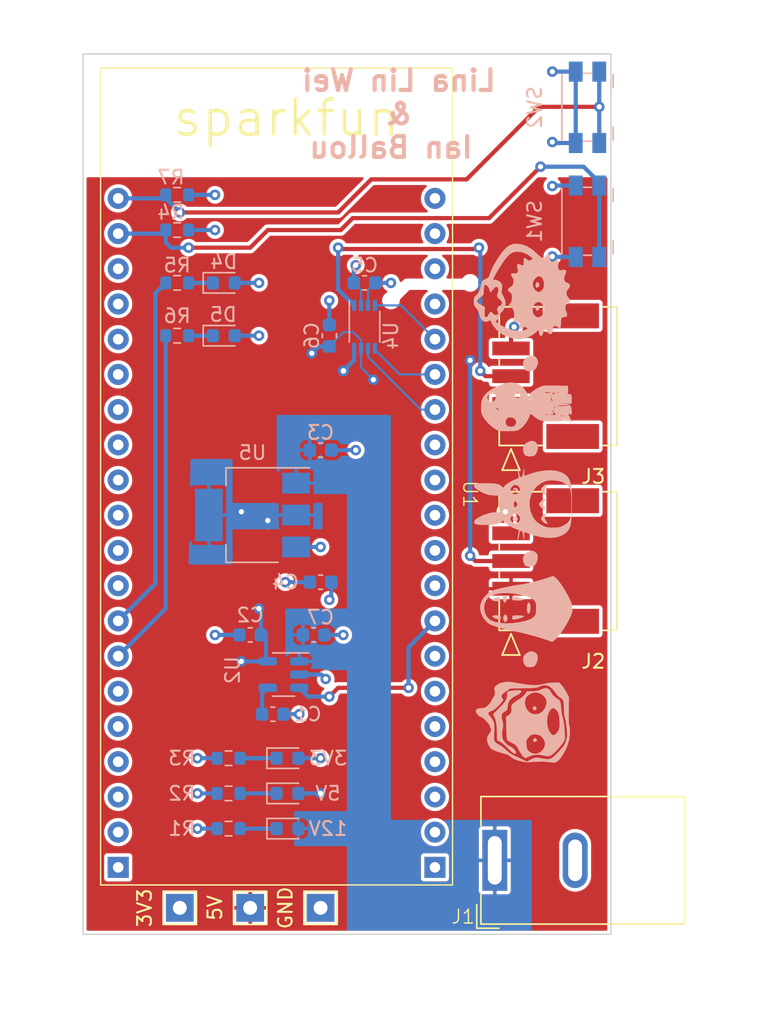
<source format=kicad_pcb>
(kicad_pcb (version 20221018) (generator pcbnew)
  (layers (0 "F.Cu" signal) (1 "In1.Cu" signal) (2 "In2.Cu" signal) (31 "B.Cu" signal) (34 "B.Paste" user) (35 "F.Paste" user) (36 "B.SilkS" user "B.Silkscreen") (37 "F.SilkS" user "F.Silkscreen") (38 "B.Mask" user) (39 "F.Mask" user) (44 "Edge.Cuts" user))
  (net 0 "")
  (net 1 "GND")
  (net 2 "+5V")
  (net 3 "+12V")
  (net 4 "+3V3")
  (net 5 "Net-(D1-K)")
  (net 6 "Net-(D2-K)")
  (net 7 "Net-(D3-K)")
  (net 8 "Net-(D4-K)")
  (net 9 "Net-(D5-K)")
  (net 10 "/LED_ENABLE_5V_1")
  (net 11 "/LED_ENABLE_5V_2")
  (net 12 "/GPIO_BUTTON1")
  (net 13 "/GPIO_LED1")
  (net 14 "/GPIO_LED2")
  (net 15 "/GPIO_BUTTON2")
  (net 16 "/LEVEL_SHIFT_EN")
  (net 17 "/LED_ENABLE_3V3_2")
  (net 18 "/LED_ENABLE_3V3_1")
  (net 19 "/5V_Enable")
  (net 20 "Net-(U2-BYP)")
  (footprint "custom_footprints:custom_barrel_jack" (layer "F.Cu") (at 77.978 72.136)
    (fp_text reference "J1" (at -2.286 4.064 unlocked) (layer "F.SilkS") (effects (font (thickness 0.1))))
    (fp_text value "Barrel_Jack")
    (pad "1" thru_hole rect (at 0 0 90) (size 4.4 1.8) (drill oval 3.5 1) (layers "*.Cu" "*.Mask") (net 3 "+12V"))
    (pad "2" thru_hole oval (at 5.8 0 90) (size 4 1.8) (drill oval 3 1) (layers "*.Cu" "*.Mask") (net 1 "GND"))
  )
  (footprint "custom_footprints:ESP32_Thing" (layer "F.Cu") (at 49.53 14.986)
    (fp_text reference "U1" (at 26.67 30.734 -90 unlocked) (layer "F.SilkS") (effects (font (thickness 0.1))))
    (fp_text value "ESP32")
    (fp_text user "sparkfun" (at 5.08 5.08 unlocked) (layer "F.SilkS") (effects (font (size 2.54 2.54) (thickness 0.254)) (justify left bottom)))
    (pad "1" thru_hole rect (at 1.27 57.658) (size 1.524 1.524) (drill 0.762) (layers "*.Cu" "*.Mask") (net 1 "GND"))
    (pad "2" thru_hole circle (at 1.27 55.118) (size 1.524 1.524) (drill 0.762) (layers "*.Cu" "*.Mask"))
    (pad "3" thru_hole circle (at 1.27 52.578) (size 1.524 1.524) (drill 0.762) (layers "*.Cu" "*.Mask"))
    (pad "4" thru_hole circle (at 1.27 50.038) (size 1.524 1.524) (drill 0.762) (layers "*.Cu" "*.Mask") (net 1 "GND"))
    (pad "5" thru_hole circle (at 1.27 47.498) (size 1.524 1.524) (drill 0.762) (layers "*.Cu" "*.Mask") (net 4 "+3V3"))
    (pad "6" thru_hole circle (at 1.27 44.958) (size 1.524 1.524) (drill 0.762) (layers "*.Cu" "*.Mask"))
    (pad "7" thru_hole circle (at 1.27 42.418) (size 1.524 1.524) (drill 0.762) (layers "*.Cu" "*.Mask") (net 14 "/GPIO_LED2"))
    (pad "8" thru_hole circle (at 1.27 39.878) (size 1.524 1.524) (drill 0.762) (layers "*.Cu" "*.Mask") (net 13 "/GPIO_LED1"))
    (pad "9" thru_hole circle (at 1.27 37.338) (size 1.524 1.524) (drill 0.762) (layers "*.Cu" "*.Mask"))
    (pad "10" thru_hole circle (at 1.27 34.798) (size 1.524 1.524) (drill 0.762) (layers "*.Cu" "*.Mask"))
    (pad "11" thru_hole circle (at 1.27 32.258) (size 1.524 1.524) (drill 0.762) (layers "*.Cu" "*.Mask"))
    (pad "12" thru_hole circle (at 1.27 29.718) (size 1.524 1.524) (drill 0.762) (layers "*.Cu" "*.Mask"))
    (pad "13" thru_hole circle (at 1.27 27.178) (size 1.524 1.524) (drill 0.762) (layers "*.Cu" "*.Mask"))
    (pad "14" thru_hole circle (at 1.27 24.638) (size 1.524 1.524) (drill 0.762) (layers "*.Cu" "*.Mask"))
    (pad "15" thru_hole circle (at 1.27 22.098) (size 1.524 1.524) (drill 0.762) (layers "*.Cu" "*.Mask"))
    (pad "16" thru_hole circle (at 1.27 19.558) (size 1.524 1.524) (drill 0.762) (layers "*.Cu" "*.Mask"))
    (pad "17" thru_hole circle (at 1.27 17.018) (size 1.524 1.524) (drill 0.762) (layers "*.Cu" "*.Mask"))
    (pad "18" thru_hole circle (at 1.27 14.478) (size 1.524 1.524) (drill 0.762) (layers "*.Cu" "*.Mask"))
    (pad "19" thru_hole circle (at 1.27 11.938) (size 1.524 1.524) (drill 0.762) (layers "*.Cu" "*.Mask") (net 12 "/GPIO_BUTTON1"))
    (pad "20" thru_hole circle (at 1.27 9.398) (size 1.524 1.524) (drill 0.762) (layers "*.Cu" "*.Mask") (net 15 "/GPIO_BUTTON2"))
    (pad "21" thru_hole rect (at 24.13 57.658 180) (size 1.524 1.524) (drill 0.762) (layers "*.Cu" "*.Mask") (net 1 "GND"))
    (pad "22" thru_hole circle (at 24.13 55.118 180) (size 1.524 1.524) (drill 0.762) (layers "*.Cu" "*.Mask"))
    (pad "23" thru_hole circle (at 24.13 52.578 180) (size 1.524 1.524) (drill 0.762) (layers "*.Cu" "*.Mask"))
    (pad "24" thru_hole circle (at 24.13 50.038 180) (size 1.524 1.524) (drill 0.762) (layers "*.Cu" "*.Mask") (net 1 "GND"))
    (pad "25" thru_hole circle (at 24.13 47.498 180) (size 1.524 1.524) (drill 0.762) (layers "*.Cu" "*.Mask") (net 4 "+3V3"))
    (pad "26" thru_hole circle (at 24.13 44.958 180) (size 1.524 1.524) (drill 0.762) (layers "*.Cu" "*.Mask"))
    (pad "27" thru_hole circle (at 24.13 42.418 180) (size 1.524 1.524) (drill 0.762) (layers "*.Cu" "*.Mask"))
    (pad "28" thru_hole circle (at 24.13 39.878 180) (size 1.524 1.524) (drill 0.762) (layers "*.Cu" "*.Mask") (net 19 "/5V_Enable"))
    (pad "29" thru_hole circle (at 24.13 37.338 180) (size 1.524 1.524) (drill 0.762) (layers "*.Cu" "*.Mask"))
    (pad "30" thru_hole circle (at 24.13 34.798 180) (size 1.524 1.524) (drill 0.762) (layers "*.Cu" "*.Mask"))
    (pad "31" thru_hole circle (at 24.13 32.258 180) (size 1.524 1.524) (drill 0.762) (layers "*.Cu" "*.Mask"))
    (pad "32" thru_hole circle (at 24.13 29.718 180) (size 1.524 1.524) (drill 0.762) (layers "*.Cu" "*.Mask"))
    (pad "33" thru_hole circle (at 24.13 27.178 180) (size 1.524 1.524) (drill 0.762) (layers "*.Cu" "*.Mask"))
    (pad "34" thru_hole circle (at 24.13 24.638 180) (size 1.524 1.524) (drill 0.762) (layers "*.Cu" "*.Mask") (net 16 "/LEVEL_SHIFT_EN"))
    (pad "35" thru_hole circle (at 24.13 22.098 180) (size 1.524 1.524) (drill 0.762) (layers "*.Cu" "*.Mask") (net 18 "/LED_ENABLE_3V3_1"))
    (pad "36" thru_hole circle (at 24.13 19.558 180) (size 1.524 1.524) (drill 0.762) (layers "*.Cu" "*.Mask") (net 17 "/LED_ENABLE_3V3_2"))
    (pad "37" thru_hole circle (at 24.13 17.018 180) (size 1.524 1.524) (drill 0.762) (layers "*.Cu" "*.Mask"))
    (pad "38" thru_hole circle (at 24.13 14.478 180) (size 1.524 1.524) (drill 0.762) (layers "*.Cu" "*.Mask"))
    (pad "39" thru_hole circle (at 24.13 11.938 180) (size 1.524 1.524) (drill 0.762) (layers "*.Cu" "*.Mask"))
    (pad "40" thru_hole circle (at 24.13 9.398 180) (size 1.524 1.524) (drill 0.762) (layers "*.Cu" "*.Mask") (net 1 "GND"))
  )
  (footprint "custom_footprints:CON_5024940370_MOL" (layer "F.Cu") (at 79.150001 39.210999 90)
    (fp_text reference "J3" (at -5.239001 5.939999 unlocked) (layer "F.SilkS"))
    (fp_text value "Conn_01x03_Socket")
    (pad "1" smd rect (at 0 0 90) (size 1 2.7) (layers "F.Cu" "F.Paste" "F.Mask") (net 2 "+5V"))
    (pad "2" smd rect (at 2.000001 0 90) (size 1 2.7) (layers "F.Cu" "F.Paste" "F.Mask") (net 11 "/LED_ENABLE_5V_2"))
    (pad "3" smd rect (at 4 0 90) (size 1 2.7) (layers "F.Cu" "F.Paste" "F.Mask") (net 1 "GND"))
    (pad "4" smd rect (at -2.35 4.450001 90) (size 1.8 3.8) (layers "F.Cu" "F.Paste" "F.Mask"))
    (pad "5" smd rect (at 6.35 4.450001 90) (size 1.8 3.8) (layers "F.Cu" "F.Paste" "F.Mask"))
  )
  (footprint "TestPoint:TestPoint_THTPad_2.0x2.0mm_Drill1.0mm" (layer "F.Cu") (at 60.325 75.565)
    (fp_text reference "TP2")
    (fp_text value "5V" (at -2.54 0 90) (layer "F.SilkS"))
    (pad "1" thru_hole rect (at 0 0) (size 2 2) (drill 1) (layers "*.Cu" "*.Mask") (net 2 "+5V"))
  )
  (footprint "TestPoint:TestPoint_THTPad_2.0x2.0mm_Drill1.0mm" (layer "F.Cu") (at 65.405 75.565)
    (fp_text reference "TP1")
    (fp_text value "GND" (at -2.54 0 90) (layer "F.SilkS"))
    (pad "1" thru_hole rect (at 0 0) (size 2 2) (drill 1) (layers "*.Cu" "*.Mask") (net 1 "GND"))
  )
  (footprint "custom_footprints:CON_5024940370_MOL" (layer "F.Cu") (at 79.150001 52.545999 90)
    (fp_text reference "J2" (at -5.239001 5.939999 unlocked) (layer "F.SilkS"))
    (fp_text value "Conn_01x03_Socket")
    (pad "1" smd rect (at 0 0 90) (size 1 2.7) (layers "F.Cu" "F.Paste" "F.Mask") (net 2 "+5V"))
    (pad "2" smd rect (at 2.000001 0 90) (size 1 2.7) (layers "F.Cu" "F.Paste" "F.Mask") (net 10 "/LED_ENABLE_5V_1"))
    (pad "3" smd rect (at 4 0 90) (size 1 2.7) (layers "F.Cu" "F.Paste" "F.Mask") (net 1 "GND"))
    (pad "4" smd rect (at -2.35 4.450001 90) (size 1.8 3.8) (layers "F.Cu" "F.Paste" "F.Mask"))
    (pad "5" smd rect (at 6.35 4.450001 90) (size 1.8 3.8) (layers "F.Cu" "F.Paste" "F.Mask"))
  )
  (footprint "TestPoint:TestPoint_THTPad_2.0x2.0mm_Drill1.0mm" (layer "F.Cu") (at 55.245 75.565)
    (fp_text reference "TP3")
    (fp_text value "3V3" (at -2.54 0 90) (layer "F.SilkS"))
    (pad "1" thru_hole rect (at 0 0) (size 2 2) (drill 1) (layers "*.Cu" "*.Mask") (net 4 "+3V3"))
  )
  (footprint "Capacitor_SMD:C_0603_1608Metric" (layer "B.Cu") (at 66.04 34.29 90)
    (fp_text reference "C6" (at 0 -1.27 90) (layer "B.SilkS") (effects (justify mirror)))
    (fp_text value "0.1uF")
    (pad "1" smd roundrect (at -0.775 0 90) (size 0.9 0.95) (layers "B.Cu" "B.Paste" "B.Mask") (net 2 "+5V"))
    (pad "2" smd roundrect (at 0.775 0 90) (size 0.9 0.95) (layers "B.Cu" "B.Paste" "B.Mask") (net 1 "GND"))
  )
  (footprint "Resistor_SMD:R_0603_1608Metric" (layer "B.Cu") (at 55.055 30.48 180)
    (fp_text reference "R5" (at 0 1.27) (layer "B.SilkS") (effects (justify mirror)))
    (fp_text value "1k")
    (pad "1" smd roundrect (at -0.825 0 180) (size 0.8 0.95) (layers "B.Cu" "B.Paste" "B.Mask") (net 8 "Net-(D4-K)"))
    (pad "2" smd roundrect (at 0.825 0 180) (size 0.8 0.95) (layers "B.Cu" "B.Paste" "B.Mask") (net 13 "/GPIO_LED1"))
  )
  (footprint "Capacitor_SMD:C_0603_1608Metric" (layer "B.Cu") (at 65.405 42.545)
    (fp_text reference "C3" (at 0 -1.27) (layer "B.SilkS") (effects (justify mirror)))
    (fp_text value "0.33uF")
    (pad "1" smd roundrect (at -0.775 0) (size 0.9 0.95) (layers "B.Cu" "B.Paste" "B.Mask") (net 3 "+12V"))
    (pad "2" smd roundrect (at 0.775 0) (size 0.9 0.95) (layers "B.Cu" "B.Paste" "B.Mask") (net 1 "GND"))
  )
  (footprint "Package_SO:VSSOP-8_2.3x2mm_P0.5mm" (layer "B.Cu") (at 68.58 33.655 -90)
    (fp_text reference "U4" (at 0.635 -1.905 90) (layer "B.SilkS") (effects (justify mirror)))
    (fp_text value "TXU0102DCUR")
    (pad "1" smd rect (at -1.55 0.75) (size 0.3 0.8) (layers "B.Cu" "B.Paste" "B.Mask") (net 11 "/LED_ENABLE_5V_2"))
    (pad "2" smd rect (at -1.55 0.25) (size 0.3 0.8) (layers "B.Cu" "B.Paste" "B.Mask") (net 1 "GND"))
    (pad "3" smd rect (at -1.55 -0.25) (size 0.3 0.8) (layers "B.Cu" "B.Paste" "B.Mask") (net 4 "+3V3"))
    (pad "4" smd rect (at -1.55 -0.75) (size 0.3 0.8) (layers "B.Cu" "B.Paste" "B.Mask") (net 17 "/LED_ENABLE_3V3_2"))
    (pad "5" smd rect (at 1.55 -0.75) (size 0.3 0.8) (layers "B.Cu" "B.Paste" "B.Mask") (net 18 "/LED_ENABLE_3V3_1"))
    (pad "6" smd rect (at 1.55 -0.25) (size 0.3 0.8) (layers "B.Cu" "B.Paste" "B.Mask") (net 16 "/LEVEL_SHIFT_EN"))
    (pad "7" smd rect (at 1.55 0.25) (size 0.3 0.8) (layers "B.Cu" "B.Paste" "B.Mask") (net 2 "+5V"))
    (pad "8" smd rect (at 1.55 0.75) (size 0.3 0.8) (layers "B.Cu" "B.Paste" "B.Mask") (net 10 "/LED_ENABLE_5V_1"))
  )
  (footprint "Capacitor_SMD:C_0603_1608Metric" (layer "B.Cu") (at 61.965 61.595)
    (fp_text reference "C1" (at 2.54 0) (layer "B.SilkS") (effects (justify mirror)))
    (fp_text value "470pF")
    (pad "1" smd roundrect (at -0.775 0) (size 0.9 0.95) (layers "B.Cu" "B.Paste" "B.Mask") (net 20 "Net-(U2-BYP)"))
    (pad "2" smd roundrect (at 0.775 0) (size 0.9 0.95) (layers "B.Cu" "B.Paste" "B.Mask") (net 1 "GND"))
  )
  (footprint "LED_SMD:LED_0603_1608Metric" (layer "B.Cu") (at 58.42 34.29)
    (fp_text reference "D5" (at -0.045 -1.524) (layer "B.SilkS") (effects (justify mirror)))
    (fp_text value "GPIO2")
    (pad "1" smd roundrect (at -0.7875 0) (size 0.875 0.95) (layers "B.Cu" "B.Paste" "B.Mask") (net 9 "Net-(D5-K)"))
    (pad "2" smd roundrect (at 0.7875 0) (size 0.875 0.95) (layers "B.Cu" "B.Paste" "B.Mask") (net 4 "+3V3"))
  )
  (footprint "Package_TO_SOT_SMD:SOT-23-5" (layer "B.Cu") (at 62.7325 58.735 180)
    (fp_text reference "U2" (at 3.6775 0.32 270) (layer "B.SilkS") (effects (justify mirror)))
    (fp_text value "MIC5219")
    (pad "1" smd roundrect (at -1.1375 0.95 180) (size 1.325 0.6) (layers "B.Cu" "B.Paste" "B.Mask") (net 3 "+12V"))
    (pad "2" smd roundrect (at -1.1375 0 180) (size 1.325 0.6) (layers "B.Cu" "B.Paste" "B.Mask") (net 1 "GND"))
    (pad "3" smd roundrect (at -1.1375 -0.95 180) (size 1.325 0.6) (layers "B.Cu" "B.Paste" "B.Mask") (net 19 "/5V_Enable"))
    (pad "4" smd roundrect (at 1.1375 -0.95 180) (size 1.325 0.6) (layers "B.Cu" "B.Paste" "B.Mask") (net 20 "Net-(U2-BYP)"))
    (pad "5" smd roundrect (at 1.1375 0.95 180) (size 1.325 0.6) (layers "B.Cu" "B.Paste" "B.Mask") (net 2 "+5V"))
  )
  (footprint "Resistor_SMD:R_0603_1608Metric" (layer "B.Cu") (at 55.055 26.67 180)
    (fp_text reference "R4" (at 0.445 1.27) (layer "B.SilkS") (effects (justify mirror)))
    (fp_text value "1k")
    (pad "1" smd roundrect (at -0.825 0 180) (size 0.8 0.95) (layers "B.Cu" "B.Paste" "B.Mask") (net 4 "+3V3"))
    (pad "2" smd roundrect (at 0.825 0 180) (size 0.8 0.95) (layers "B.Cu" "B.Paste" "B.Mask") (net 12 "/GPIO_BUTTON1"))
  )
  (footprint "custom_footprints:Panasonic_EVQPUK_EVQPUB" (layer "B.Cu") (at 84.67 26.035 90)
    (fp_text reference "SW1" (at 0 -3.81 90) (layer "B.SilkS") (effects (justify mirror)))
    (fp_text value "SW_Push")
    (pad "1" smd rect (at -2.575 0.85 270) (size 1.45 1) (layers "B.Cu" "B.Paste" "B.Mask") (net 12 "/GPIO_BUTTON1"))
    (pad "1" smd rect (at 2.575 0.85 270) (size 1.45 1) (layers "B.Cu" "B.Paste" "B.Mask") (net 12 "/GPIO_BUTTON1"))
    (pad "2" smd rect (at -2.575 -0.85 270) (size 1.45 1) (layers "B.Cu" "B.Paste" "B.Mask") (net 1 "GND"))
    (pad "2" smd rect (at 2.575 -0.85 270) (size 1.45 1) (layers "B.Cu" "B.Paste" "B.Mask") (net 1 "GND"))
  )
  (footprint "LED_SMD:LED_0603_1608Metric" (layer "B.Cu") (at 63.0175 69.85)
    (fp_text reference "D1")
    (fp_text value "12V" (at 2.92 0) (layer "B.SilkS") (effects (justify mirror)))
    (pad "1" smd roundrect (at -0.7875 0) (size 0.875 0.95) (layers "B.Cu" "B.Paste" "B.Mask") (net 5 "Net-(D1-K)"))
    (pad "2" smd roundrect (at 0.7875 0) (size 0.875 0.95) (layers "B.Cu" "B.Paste" "B.Mask") (net 3 "+12V"))
  )
  (footprint "Resistor_SMD:R_0603_1608Metric" (layer "B.Cu") (at 58.7625 67.31 180)
    (fp_text reference "R2" (at 3.365 0) (layer "B.SilkS") (effects (justify mirror)))
    (fp_text value "2k")
    (pad "1" smd roundrect (at -0.825 0 180) (size 0.8 0.95) (layers "B.Cu" "B.Paste" "B.Mask") (net 6 "Net-(D2-K)"))
    (pad "2" smd roundrect (at 0.825 0 180) (size 0.8 0.95) (layers "B.Cu" "B.Paste" "B.Mask") (net 1 "GND"))
  )
  (footprint "Resistor_SMD:R_0603_1608Metric" (layer "B.Cu") (at 58.7625 69.85 180)
    (fp_text reference "R1" (at 3.365 0) (layer "B.SilkS") (effects (justify mirror)))
    (fp_text value "10k")
    (pad "1" smd roundrect (at -0.825 0 180) (size 0.8 0.95) (layers "B.Cu" "B.Paste" "B.Mask") (net 5 "Net-(D1-K)"))
    (pad "2" smd roundrect (at 0.825 0 180) (size 0.8 0.95) (layers "B.Cu" "B.Paste" "B.Mask") (net 1 "GND"))
  )
  (footprint "Capacitor_SMD:C_0603_1608Metric" (layer "B.Cu") (at 64.91 55.875 180)
    (fp_text reference "C7" (at -0.495 1.27) (layer "B.SilkS") (effects (justify mirror)))
    (fp_text value "1uF")
    (pad "1" smd roundrect (at -0.775 0 180) (size 0.9 0.95) (layers "B.Cu" "B.Paste" "B.Mask") (net 1 "GND"))
    (pad "2" smd roundrect (at 0.775 0 180) (size 0.9 0.95) (layers "B.Cu" "B.Paste" "B.Mask") (net 3 "+12V"))
  )
  (footprint "Capacitor_SMD:C_0603_1608Metric" (layer "B.Cu") (at 68.58 30.48 180)
    (fp_text reference "C5" (at 0 1.27) (layer "B.SilkS") (effects (justify mirror)))
    (fp_text value "0.1uF")
    (pad "1" smd roundrect (at -0.775 0 180) (size 0.9 0.95) (layers "B.Cu" "B.Paste" "B.Mask") (net 4 "+3V3"))
    (pad "2" smd roundrect (at 0.775 0 180) (size 0.9 0.95) (layers "B.Cu" "B.Paste" "B.Mask") (net 1 "GND"))
  )
  (footprint "custom_footprints:teehee" (layer "B.Cu") (at 80.01 46.355 -90)
    (fp_text reference "G***")
    (fp_text value "LOGO" hide)
  )
  (footprint "Resistor_SMD:R_0603_1608Metric" (layer "B.Cu") (at 58.7625 64.77 180)
    (fp_text reference "R3" (at 3.365 0) (layer "B.SilkS") (effects (justify mirror)))
    (fp_text value "1k")
    (pad "1" smd roundrect (at -0.825 0 180) (size 0.8 0.95) (layers "B.Cu" "B.Paste" "B.Mask") (net 7 "Net-(D3-K)"))
    (pad "2" smd roundrect (at 0.825 0 180) (size 0.8 0.95) (layers "B.Cu" "B.Paste" "B.Mask") (net 1 "GND"))
  )
  (footprint "Resistor_SMD:R_0603_1608Metric" (layer "B.Cu") (at 55.055 34.29 180)
    (fp_text reference "R6" (at 0 1.43) (layer "B.SilkS") (effects (justify mirror)))
    (fp_text value "1k")
    (pad "1" smd roundrect (at -0.825 0 180) (size 0.8 0.95) (layers "B.Cu" "B.Paste" "B.Mask") (net 9 "Net-(D5-K)"))
    (pad "2" smd roundrect (at 0.825 0 180) (size 0.8 0.95) (layers "B.Cu" "B.Paste" "B.Mask") (net 14 "/GPIO_LED2"))
  )
  (footprint "Capacitor_SMD:C_0603_1608Metric" (layer "B.Cu") (at 65.405 52.07)
    (fp_text reference "C4" (at -2.54 0) (layer "B.SilkS") (effects (justify mirror)))
    (fp_text value "0.1uF")
    (pad "1" smd roundrect (at -0.775 0) (size 0.9 0.95) (layers "B.Cu" "B.Paste" "B.Mask") (net 4 "+3V3"))
    (pad "2" smd roundrect (at 0.775 0) (size 0.9 0.95) (layers "B.Cu" "B.Paste" "B.Mask") (net 1 "GND"))
  )
  (footprint "Package_TO_SOT_SMD:SOT-223" (layer "B.Cu") (at 60.49 47.23 180)
    (fp_text reference "U5" (at 0 4.5) (layer "B.SilkS") (effects (justify mirror)))
    (fp_text value "UA78M33IDCYR")
    (pad "1" smd rect (at -3.15 2.3 180) (size 2 1.5) (layers "B.Cu" "B.Paste" "B.Mask") (net 3 "+12V"))
    (pad "2" smd rect (at -3.15 0 180) (size 2 1.5) (layers "B.Cu" "B.Paste" "B.Mask") (net 1 "GND"))
    (pad "3" smd rect (at -3.15 -2.3 180) (size 2 1.5) (layers "B.Cu" "B.Paste" "B.Mask") (net 4 "+3V3"))
    (pad "4" smd rect (at 3.15 0 180) (size 2 3.8) (layers "B.Cu" "B.Paste" "B.Mask") (net 1 "GND"))
  )
  (footprint "LED_SMD:LED_0603_1608Metric" (layer "B.Cu") (at 58.42 30.48)
    (fp_text reference "D4" (at 0 -1.524) (layer "B.SilkS") (effects (justify mirror)))
    (fp_text value "GPIO1")
    (pad "1" smd roundrect (at -0.7875 0) (size 0.875 0.95) (layers "B.Cu" "B.Paste" "B.Mask") (net 8 "Net-(D4-K)"))
    (pad "2" smd roundrect (at 0.7875 0) (size 0.875 0.95) (layers "B.Cu" "B.Paste" "B.Mask") (net 4 "+3V3"))
  )
  (footprint "LED_SMD:LED_0603_1608Metric" (layer "B.Cu") (at 63.0175 64.77)
    (fp_text reference "D3")
    (fp_text value "3V3" (at 2.92 0) (layer "B.SilkS") (effects (justify mirror)))
    (pad "1" smd roundrect (at -0.7875 0) (size 0.875 0.95) (layers "B.Cu" "B.Paste" "B.Mask") (net 7 "Net-(D3-K)"))
    (pad "2" smd roundrect (at 0.7875 0) (size 0.875 0.95) (layers "B.Cu" "B.Paste" "B.Mask") (net 4 "+3V3"))
  )
  (footprint "Capacitor_SMD:C_0603_1608Metric" (layer "B.Cu") (at 60.325 55.875 180)
    (fp_text reference "C2" (at 0 1.43) (layer "B.SilkS") (effects (justify mirror)))
    (fp_text value "2.2uF")
    (pad "1" smd roundrect (at -0.775 0 180) (size 0.9 0.95) (layers "B.Cu" "B.Paste" "B.Mask") (net 2 "+5V"))
    (pad "2" smd roundrect (at 0.775 0 180) (size 0.9 0.95) (layers "B.Cu" "B.Paste" "B.Mask") (net 1 "GND"))
  )
  (footprint "Resistor_SMD:R_0603_1608Metric" (layer "B.Cu") (at 55.055 24.13 180)
    (fp_text reference "R7" (at 0.445 1.27) (layer "B.SilkS") (effects (justify mirror)))
    (fp_text value "1k")
    (pad "1" smd roundrect (at -0.825 0 180) (size 0.8 0.95) (layers "B.Cu" "B.Paste" "B.Mask") (net 4 "+3V3"))
    (pad "2" smd roundrect (at 0.825 0 180) (size 0.8 0.95) (layers "B.Cu" "B.Paste" "B.Mask") (net 15 "/GPIO_BUTTON2"))
  )
  (footprint "custom_footprints:Panasonic_EVQPUK_EVQPUB" (layer "B.Cu") (at 84.67 17.815 90)
    (fp_text reference "SW2" (at 0 -3.81 90) (layer "B.SilkS") (effects (justify mirror)))
    (fp_text value "SW_Push")
    (pad "1" smd rect (at -2.575 0.85 270) (size 1.45 1) (layers "B.Cu" "B.Paste" "B.Mask") (net 15 "/GPIO_BUTTON2"))
    (pad "1" smd rect (at 2.575 0.85 270) (size 1.45 1) (layers "B.Cu" "B.Paste" "B.Mask") (net 15 "/GPIO_BUTTON2"))
    (pad "2" smd rect (at -2.575 -0.85 270) (size 1.45 1) (layers "B.Cu" "B.Paste" "B.Mask") (net 1 "GND"))
    (pad "2" smd rect (at 2.575 -0.85 270) (size 1.45 1) (layers "B.Cu" "B.Paste" "B.Mask") (net 1 "GND"))
  )
  (footprint "LED_SMD:LED_0603_1608Metric" (layer "B.Cu") (at 63.0175 67.31)
    (fp_text reference "D2")
    (fp_text value "5V" (at 2.92 0) (layer "B.SilkS") (effects (justify mirror)))
    (pad "1" smd roundrect (at -0.7875 0) (size 0.875 0.95) (layers "B.Cu" "B.Paste" "B.Mask") (net 6 "Net-(D2-K)"))
    (pad "2" smd roundrect (at 0.7875 0) (size 0.875 0.95) (layers "B.Cu" "B.Paste" "B.Mask") (net 2 "+5V"))
  )
  (gr_line (start 48.26 13.97) (end 48.26 77.47) (stroke (width 0.1)) (layer "Edge.Cuts"))
  (gr_line (start 48.26 77.47) (end 86.36 77.47) (stroke (width 0.1)) (layer "Edge.Cuts"))
  (gr_line (start 86.36 13.97) (end 48.26 13.97) (stroke (width 0.1)) (layer "Edge.Cuts"))
  (gr_line (start 86.36 77.47) (end 86.36 13.97) (stroke (width 0.1)) (layer "Edge.Cuts"))
  (gr_text "Lina Lin Wei \n& \nIan Ballou" (at 70.485 21.59) (layer "B.SilkS") (effects (font (size 1.5 1.5) (thickness 0.3) bold) (justify bottom mirror)))
  (segment (start 79.150001 48.545999) (end 79.150001 47.400001) (width 0.3048) (layer "F.Cu") (net 1))
  (segment (start 79.150001 47.400001) (end 78.74 46.99) (width 0.3048) (layer "F.Cu") (net 1))
  (segment (start 79.150001 33.879999) (end 79.375 33.655) (width 0.3048) (layer "F.Cu") (net 1))
  (segment (start 79.150001 35.210999) (end 79.150001 33.879999) (width 0.3048) (layer "F.Cu") (net 1))
  (via (at 65.775 59.055) (size 0.762) (drill 0.381) (layers "F.Cu" "B.Cu") (net 1))
  (via (at 82.13 28.575) (size 0.762) (drill 0.381) (layers "F.Cu" "B.Cu") (net 1))
  (via (at 82.13 23.495) (size 0.762) (drill 0.381) (layers "F.Cu" "B.Cu") (net 1))
  (via (at 57.785 55.88) (size 0.762) (drill 0.381) (layers "F.Cu" "B.Cu") (net 1))
  (via (at 82.13 20.32) (size 0.762) (drill 0.381) (layers "F.Cu" "B.Cu") (net 1))
  (via (at 67.045 55.88) (size 0.762) (drill 0.381) (layers "F.Cu" "B.Cu") (net 1))
  (via (at 66.04 53.34) (size 0.762) (drill 0.381) (layers "F.Cu" "B.Cu") (net 1))
  (via (at 78.74 46.99) (size 0.762) (drill 0.381) (layers "F.Cu" "B.Cu") (net 1))
  (via (at 67.945 29.21) (size 0.762) (drill 0.381) (layers "F.Cu" "B.Cu") (net 1))
  (via (at 66.04 31.75) (size 0.762) (drill 0.381) (layers "F.Cu" "B.Cu") (net 1))
  (via (at 61.595 47.625) (size 0.762) (drill 0.381) (layers "F.Cu" "B.Cu") (net 1))
  (via (at 63.87 61.595) (size 0.762) (drill 0.381) (layers "F.Cu" "B.Cu") (net 1))
  (via (at 56.515 69.85) (size 0.762) (drill 0.381) (layers "F.Cu" "B.Cu") (net 1))
  (via (at 59.69 46.99) (size 0.762) (drill 0.381) (layers "F.Cu" "B.Cu") (net 1))
  (via (at 56.515 67.31) (size 0.762) (drill 0.381) (layers "F.Cu" "B.Cu") (net 1))
  (via (at 67.945 42.545) (size 0.762) (drill 0.381) (layers "F.Cu" "B.Cu") (net 1))
  (via (at 56.515 64.77) (size 0.762) (drill 0.381) (layers "F.Cu" "B.Cu") (net 1))
  (via (at 82.13 15.24) (size 0.762) (drill 0.381) (layers "F.Cu" "B.Cu") (net 1))
  (via (at 79.375 33.655) (size 0.762) (drill 0.381) (layers "F.Cu" "B.Cu") (net 1))
  (segment (start 66.04 33.515) (end 66.04 31.75) (width 0.3048) (layer "B.Cu") (net 1))
  (segment (start 83.82 23.46) (end 82.165 23.46) (width 0.3048) (layer "B.Cu") (net 1))
  (segment (start 68.33 31.005) (end 68.33 32.105) (width 0.1524) (layer "B.Cu") (net 1))
  (segment (start 57.9375 64.77) (end 56.515 64.77) (width 0.3048) (layer "B.Cu") (net 1))
  (segment (start 57.9375 67.31) (end 56.515 67.31) (width 0.3048) (layer "B.Cu") (net 1))
  (segment (start 66.18 53.2) (end 66.04 53.34) (width 0.3048) (layer "B.Cu") (net 1))
  (segment (start 63.87 58.735) (end 65.455 58.735) (width 0.3048) (layer "B.Cu") (net 1))
  (segment (start 62.74 61.595) (end 63.87 61.595) (width 0.3048) (layer "B.Cu") (net 1))
  (segment (start 57.9375 69.85) (end 56.515 69.85) (width 0.3048) (layer "B.Cu") (net 1))
  (segment (start 67.805 30.48) (end 67.805 29.35) (width 0.3048) (layer "B.Cu") (net 1))
  (segment (start 66.18 42.545) (end 67.945 42.545) (width 0.3048) (layer "B.Cu") (net 1))
  (segment (start 83.82 20.39) (end 82.2 20.39) (width 0.3048) (layer "B.Cu") (net 1))
  (segment (start 83.82 15.24) (end 82.13 15.24) (width 0.3048) (layer "B.Cu") (net 1))
  (segment (start 83.82 28.61) (end 82.165 28.61) (width 0.3048) (layer "B.Cu") (net 1))
  (segment (start 67.04 55.875) (end 67.045 55.88) (width 0.3048) (layer "B.Cu") (net 1))
  (segment (start 57.79 55.875) (end 57.785 55.88) (width 0.3048) (layer "B.Cu") (net 1))
  (segment (start 67.805 29.35) (end 67.945 29.21) (width 0.3048) (layer "B.Cu") (net 1))
  (segment (start 83.82 15.24) (end 83.82 20.39) (width 0.3048) (layer "B.Cu") (net 1))
  (segment (start 59.55 55.875) (end 57.79 55.875) (width 0.3048) (layer "B.Cu") (net 1))
  (segment (start 65.455 58.735) (end 65.775 59.055) (width 0.3048) (layer "B.Cu") (net 1))
  (segment (start 67.805 30.48) (end 68.33 31.005) (width 0.1524) (layer "B.Cu") (net 1))
  (segment (start 66.18 52.07) (end 66.18 53.2) (width 0.3048) (layer "B.Cu") (net 1))
  (segment (start 82.165 23.46) (end 82.13 23.495) (width 0.3048) (layer "B.Cu") (net 1))
  (segment (start 82.2 20.39) (end 82.13 20.32) (width 0.3048) (layer "B.Cu") (net 1))
  (segment (start 82.165 28.61) (end 82.13 28.575) (width 0.3048) (layer "B.Cu") (net 1))
  (segment (start 65.685 55.875) (end 67.04 55.875) (width 0.3048) (layer "B.Cu") (net 1))
  (via (at 65.405 67.31) (size 0.762) (drill 0.381) (layers "F.Cu" "B.Cu") (net 2))
  (via (at 64.77 35.56) (size 0.762) (drill 0.381) (layers "F.Cu" "B.Cu") (net 2))
  (via (at 59.69 57.785) (size 0.762) (drill 0.381) (layers "F.Cu" "B.Cu") (net 2))
  (via (at 60.96 53.975) (size 0.762) (drill 0.381) (layers "F.Cu" "B.Cu") (net 2))
  (via (at 69.215 37.465) (size 0.762) (drill 0.381) (layers "F.Cu" "B.Cu") (net 2))
  (segment (start 67.056 34.036) (end 66.04 35.052) (width 0.1524) (layer "B.Cu") (net 2))
  (segment (start 61.468 55.88) (end 61.468 57.658) (width 0.3048) (layer "B.Cu") (net 2))
  (segment (start 61.468 57.658) (end 61.595 57.785) (width 0.3048) (layer "B.Cu") (net 2))
  (segment (start 61.1 55.875) (end 61.1 54.115) (width 0.3048) (layer "B.Cu") (net 2))
  (segment (start 61.1 54.115) (end 60.96 53.975) (width 0.3048) (layer "B.Cu") (net 2))
  (segment (start 65.265 35.065) (end 64.77 35.56) (width 0.3048) (layer "B.Cu") (net 2))
  (segment (start 61.1 55.875) (end 61.463 55.875) (width 0.3048) (layer "B.Cu") (net 2))
  (segment (start 66.04 35.065) (end 65.265 35.065) (width 0.3048) (layer "B.Cu") (net 2))
  (segment (start 68.33 35.205) (end 68.33 36.58) (width 0.1524) (layer "B.Cu") (net 2))
  (segment (start 61.595 57.785) (end 59.69 57.785) (width 0.3048) (layer "B.Cu") (net 2))
  (segment (start 61.463 55.875) (end 61.468 55.88) (width 0.3048) (layer "B.Cu") (net 2))
  (segment (start 68.33 35.205) (end 68.33 34.6026) (width 0.1524) (layer "B.Cu") (net 2))
  (segment (start 68.33 34.6026) (end 67.7634 34.036) (width 0.1524) (layer "B.Cu") (net 2))
  (segment (start 66.04 35.052) (end 66.04 35.065) (width 0.1524) (layer "B.Cu") (net 2))
  (segment (start 67.7634 34.036) (end 67.056 34.036) (width 0.1524) (layer "B.Cu") (net 2))
  (segment (start 63.805 67.31) (end 65.405 67.31) (width 0.3048) (layer "B.Cu") (net 2))
  (segment (start 68.33 36.58) (end 69.215 37.465) (width 0.1524) (layer "B.Cu") (net 2))
  (via (at 57.785 26.67) (size 0.762) (drill 0.381) (layers "F.Cu" "B.Cu") (net 4))
  (via (at 60.96 30.48) (size 0.762) (drill 0.381) (layers "F.Cu" "B.Cu") (net 4))
  (via (at 70.485 30.48) (size 0.762) (drill 0.381) (layers "F.Cu" "B.Cu") (net 4))
  (via (at 57.785 24.13) (size 0.762) (drill 0.381) (layers "F.Cu" "B.Cu") (net 4))
  (via (at 60.96 34.29) (size 0.762) (drill 0.381) (layers "F.Cu" "B.Cu") (net 4))
  (via (at 65.405 64.77) (size 0.762) (drill 0.381) (layers "F.Cu" "B.Cu") (net 4))
  (via (at 65.405 49.53) (size 0.762) (drill 0.381) (layers "F.Cu" "B.Cu") (net 4))
  (via (at 62.865 52.07) (size 0.762) (drill 0.381) (layers "F.Cu" "B.Cu") (net 4))
  (segment (start 68.83 31.005) (end 68.83 32.105) (width 0.1524) (layer "B.Cu") (net 4))
  (segment (start 69.355 30.48) (end 70.485 30.48) (width 0.3048) (layer "B.Cu") (net 4))
  (segment (start 59.2075 34.29) (end 60.96 34.29) (width 0.3048) (layer "B.Cu") (net 4))
  (segment (start 69.355 30.48) (end 68.83 31.005) (width 0.1524) (layer "B.Cu") (net 4))
  (segment (start 55.88 24.13) (end 57.785 24.13) (width 0.3048) (layer "B.Cu") (net 4))
  (segment (start 64.63 52.07) (end 62.865 52.07) (width 0.3048) (layer "B.Cu") (net 4))
  (segment (start 63.64 49.53) (end 65.405 49.53) (width 0.3048) (layer "B.Cu") (net 4))
  (segment (start 63.805 64.77) (end 65.405 64.77) (width 0.3048) (layer "B.Cu") (net 4))
  (segment (start 59.2075 30.48) (end 60.96 30.48) (width 0.3048) (layer "B.Cu") (net 4))
  (segment (start 55.88 26.67) (end 57.785 26.67) (width 0.3048) (layer "B.Cu") (net 4))
  (segment (start 59.5875 69.85) (end 62.23 69.85) (width 0.3048) (layer "B.Cu") (net 5))
  (segment (start 59.5875 67.31) (end 62.23 67.31) (width 0.3048) (layer "B.Cu") (net 6))
  (segment (start 59.5875 64.77) (end 62.23 64.77) (width 0.3048) (layer "B.Cu") (net 7))
  (segment (start 55.88 30.48) (end 57.6325 30.48) (width 0.3048) (layer "B.Cu") (net 8))
  (segment (start 55.88 34.29) (end 57.6325 34.29) (width 0.3048) (layer "B.Cu") (net 9))
  (segment (start 67.9164 35.9696) (end 67.056 36.83) (width 0.3048) (layer "F.Cu") (net 10))
  (segment (start 79.150001 50.545998) (end 76.580998 50.545998) (width 0.3048) (layer "F.Cu") (net 10))
  (segment (start 76.1016 35.9696) (end 67.9164 35.9696) (width 0.3048) (layer "F.Cu") (net 10))
  (segment (start 76.2 36.068) (end 76.1016 35.9696) (width 0.3048) (layer "F.Cu") (net 10))
  (segment (start 76.580998 50.545998) (end 76.2 50.165) (width 0.3048) (layer "F.Cu") (net 10))
  (via (at 76.2 36.068) (size 0.762) (drill 0.381) (layers "F.Cu" "B.Cu") (net 10))
  (via (at 76.2 50.165) (size 0.762) (drill 0.381) (layers "F.Cu" "B.Cu") (net 10))
  (via (at 67.056 36.83) (size 0.8) (drill 0.4) (layers "F.Cu" "B.Cu") (net 10))
  (segment (start 76.2 50.165) (end 76.2 36.068) (width 0.3048) (layer "B.Cu") (net 10))
  (segment (start 67.056 36.83) (end 67.8276 36.0584) (width 0.3048) (layer "B.Cu") (net 10))
  (segment (start 67.8276 36.0584) (end 67.8276 35.205) (width 0.3048) (layer "B.Cu") (net 10))
  (segment (start 76.7366 28.0384) (end 66.7734 28.0384) (width 0.3048) (layer "F.Cu") (net 11))
  (segment (start 77.313898 37.210998) (end 76.9329 36.83) (width 0.3048) (layer "F.Cu") (net 11))
  (segment (start 76.835 27.94) (end 76.7366 28.0384) (width 0.3048) (layer "F.Cu") (net 11))
  (segment (start 79.150001 37.210998) (end 77.313898 37.210998) (width 0.3048) (layer "F.Cu") (net 11))
  (segment (start 66.7734 28.0384) (end 66.675 27.94) (width 0.3048) (layer "F.Cu") (net 11))
  (via (at 76.9329 36.83) (size 0.762) (drill 0.381) (layers "F.Cu" "B.Cu") (net 11))
  (via (at 66.675 27.94) (size 0.762) (drill 0.381) (layers "F.Cu" "B.Cu") (net 11))
  (via (at 76.835 27.94) (size 0.762) (drill 0.381) (layers "F.Cu" "B.Cu") (net 11))
  (segment (start 66.675 30.9524) (end 67.8276 32.105) (width 0.3048) (layer "B.Cu") (net 11))
  (segment (start 76.9329 28.0379) (end 76.835 27.94) (width 0.3048) (layer "B.Cu") (net 11))
  (segment (start 76.9329 36.83) (end 76.9329 28.0379) (width 0.3048) (layer "B.Cu") (net 11))
  (segment (start 66.675 27.94) (end 66.675 30.9524) (width 0.3048) (layer "B.Cu") (net 11))
  (segment (start 67.7196 25.8096) (end 77.5684 25.8096) (width 0.3048) (layer "F.Cu") (net 12))
  (segment (start 66.8592 26.67) (end 61.595 26.67) (width 0.3048) (layer "F.Cu") (net 12))
  (segment (start 81.28 22.098) (end 77.5684 25.8096) (width 0.3048) (layer "F.Cu") (net 12))
  (segment (start 61.595 26.67) (end 60.325 27.94) (width 0.3048) (layer "F.Cu") (net 12))
  (segment (start 67.7196 25.8096) (end 66.8592 26.67) (width 0.3048) (layer "F.Cu") (net 12))
  (segment (start 60.325 27.94) (end 55.88 27.94) (width 0.3048) (layer "F.Cu") (net 12))
  (via (at 55.88 27.94) (size 0.762) (drill 0.381) (layers "F.Cu" "B.Cu") (net 12))
  (via (at 81.28 22.098) (size 0.762) (drill 0.381) (layers "F.Cu" "B.Cu") (net 12))
  (segment (start 54.61 27.94) (end 54.23 27.56) (width 0.3048) (layer "B.Cu") (net 12))
  (segment (start 84.383 22.098) (end 81.28 22.098) (width 0.3048) (layer "B.Cu") (net 12))
  (segment (start 53.976 26.924) (end 50.8 26.924) (width 0.3048) (layer "B.Cu") (net 12))
  (segment (start 85.52 23.46) (end 85.52 28.61) (width 0.3048) (layer "B.Cu") (net 12))
  (segment (start 54.23 26.67) (end 53.976 26.924) (width 0.3048) (layer "B.Cu") (net 12))
  (segment (start 85.52 23.46) (end 85.52 23.235) (width 0.3048) (layer "B.Cu") (net 12))
  (segment (start 85.52 23.235) (end 84.383 22.098) (width 0.3048) (layer "B.Cu") (net 12))
  (segment (start 55.88 27.94) (end 54.61 27.94) (width 0.3048) (layer "B.Cu") (net 12))
  (segment (start 54.23 27.56) (end 54.23 26.67) (width 0.3048) (layer "B.Cu") (net 12))
  (segment (start 54.23 30.48) (end 53.4776 31.2324) (width 0.3048) (layer "B.Cu") (net 13))
  (segment (start 53.4776 52.1864) (end 50.8 54.864) (width 0.3048) (layer "B.Cu") (net 13))
  (segment (start 53.4776 31.2324) (end 53.4776 52.1864) (width 0.3048) (layer "B.Cu") (net 13))
  (segment (start 54.23 34.29) (end 54.23 53.974) (width 0.3048) (layer "B.Cu") (net 14))
  (segment (start 54.23 53.974) (end 50.8 57.404) (width 0.3048) (layer "B.Cu") (net 14))
  (segment (start 66.675 25.4) (end 55.245 25.4) (width 0.3048) (layer "F.Cu") (net 15))
  (segment (start 75.946 23.0124) (end 81.1784 17.78) (width 0.3048) (layer "F.Cu") (net 15))
  (segment (start 81.1784 17.78) (end 85.52 17.78) (width 0.3048) (layer "F.Cu") (net 15))
  (segment (start 69.0626 23.0124) (end 66.675 25.4) (width 0.3048) (layer "F.Cu") (net 15))
  (segment (start 75.946 23.0124) (end 69.0626 23.0124) (width 0.3048) (layer "F.Cu") (net 15))
  (via (at 55.245 25.4) (size 0.762) (drill 0.381) (layers "F.Cu" "B.Cu") (net 15))
  (via (at 85.52 17.78) (size 0.762) (drill 0.381) (layers "F.Cu" "B.Cu") (net 15))
  (segment (start 85.52 15.24) (end 85.52 17.78) (width 0.3048) (layer "B.Cu") (net 15))
  (segment (start 54.23 24.385) (end 55.245 25.4) (width 0.3048) (layer "B.Cu") (net 15))
  (segment (start 54.23 24.13) (end 53.976 24.384) (width 0.3048) (layer "B.Cu") (net 15))
  (segment (start 54.23 24.13) (end 54.23 24.385) (width 0.3048) (layer "B.Cu") (net 15))
  (segment (start 53.976 24.384) (end 50.8 24.384) (width 0.3048) (layer "B.Cu") (net 15))
  (segment (start 85.52 17.78) (end 85.52 20.39) (width 0.3048) (layer "B.Cu") (net 15))
  (segment (start 72.6466 39.624) (end 73.66 39.624) (width 0.1524) (layer "B.Cu") (net 16))
  (segment (start 68.83 35.205) (end 68.83 35.8074) (width 0.1524) (layer "B.Cu") (net 16))
  (segment (start 68.83 35.8074) (end 72.6466 39.624) (width 0.1524) (layer "B.Cu") (net 16))
  (segment (start 69.33 32.105) (end 71.221 32.105) (width 0.1524) (layer "B.Cu") (net 17))
  (segment (start 71.221 32.105) (end 73.66 34.544) (width 0.1524) (layer "B.Cu") (net 17))
  (segment (start 71.12 37.084) (end 73.66 37.084) (width 0.1524) (layer "B.Cu") (net 18))
  (segment (start 69.33 35.205) (end 69.33 35.294) (width 0.1524) (layer "B.Cu") (net 18))
  (segment (start 69.33 35.294) (end 71.12 37.084) (width 0.1524) (layer "B.Cu") (net 18))
  (segment (start 66.675 59.69) (end 66.04 60.325) (width 0.3048) (layer "F.Cu") (net 19))
  (segment (start 71.755 59.69) (end 66.675 59.69) (width 0.3048) (layer "F.Cu") (net 19))
  (via (at 66.04 60.325) (size 0.762) (drill 0.381) (layers "F.Cu" "B.Cu") (net 19))
  (via (at 71.755 59.69) (size 0.762) (drill 0.381) (layers "F.Cu" "B.Cu") (net 19))
  (segment (start 64.51 60.325) (end 63.87 59.685) (width 0.3048) (layer "B.Cu") (net 19))
  (segment (start 71.755 56.769) (end 71.755 59.69) (width 0.3048) (layer "B.Cu") (net 19))
  (segment (start 73.66 54.864) (end 71.755 56.769) (width 0.3048) (layer "B.Cu") (net 19))
  (segment (start 66.04 60.325) (end 64.51 60.325) (width 0.3048) (layer "B.Cu") (net 19))
  (segment (start 61.19 61.595) (end 61.19 60.09) (width 0.3048) (layer "B.Cu") (net 20))
  (segment (start 61.19 60.09) (end 61.595 59.685) (width 0.3048) (layer "B.Cu") (net 20))
  (zone (net 2) (net_name "+5V") (layer "F.Cu") (priority 4) (connect_pads (clearance 0.254)) (min_thickness 0.1778) (fill yes (thermal_gap 0.254) (thermal_bridge_width 0.254))
    (polygon (pts (xy 46.99 22.86) (xy 46.99 80.01) (xy 87.63 80.01) (xy 87.63 22.86)))
  )
  (zone (net 0) (net_name "") (layers "F.Cu" "In1.Cu" "In2.Cu" "B.Cu") (connect_pads (clearance 0)) (min_thickness 0.1778)
    (keepout (tracks not_allowed) (vias not_allowed) (pads not_allowed) (copperpour not_allowed) (footprints allowed))
    (fill (thermal_gap 0.254) (thermal_bridge_width 0.254))
    (polygon (pts (xy 46.99 12.7) (xy 46.99 22.86) (xy 75.565 22.86) (xy 75.565 12.7)))
  )
  (zone (net 3) (net_name "+12V") (layer "B.Cu") (priority 3) (connect_pads (clearance 0.254)) (min_thickness 0.1778) (fill yes (thermal_gap 0.254) (thermal_bridge_width 0.254))
    (polygon (pts (xy 62.23 40.005) (xy 62.23 45.72) (xy 67.31 45.72) (xy 67.31 53.975) (xy 62.865 53.975) (xy 62.865 58.42) (xy 67.31 58.42) (xy 67.31 68.58) (xy 63.5 68.58) (xy 63.5 71.12) (xy 67.31 71.12) (xy 67.31 80.01) (xy 80.645 80.01) (xy 80.645 69.215) (xy 70.485 69.215) (xy 70.485 40.005)))
  )
  (zone (net 1) (net_name "GND") (layer "B.Cu") (priority 2) (connect_pads (clearance 0.254)) (min_thickness 0.1778) (fill yes (thermal_gap 0.254) (thermal_bridge_width 0.254))
    (polygon (pts (xy 65.545 46.355) (xy 59.055 46.355) (xy 59.055 43.18) (xy 56.02 43.18) (xy 55.88 50.8) (xy 59.055 50.8) (xy 59.055 48.26) (xy 65.545 48.26)))
  )
)
</source>
